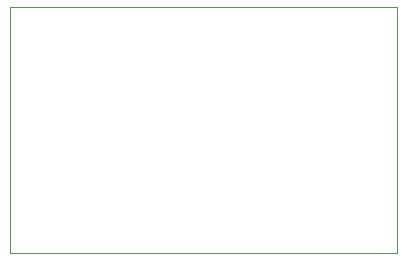
<source format=gbr>
%TF.GenerationSoftware,KiCad,Pcbnew,9.0.0-rc1-104-g6c47f32ccf*%
%TF.CreationDate,2025-01-02T15:15:32+01:00*%
%TF.ProjectId,breakoutpcbs,62726561-6b6f-4757-9470-6362732e6b69,rev?*%
%TF.SameCoordinates,PX6d3f490PY8024330*%
%TF.FileFunction,Profile,NP*%
%FSLAX46Y46*%
G04 Gerber Fmt 4.6, Leading zero omitted, Abs format (unit mm)*
G04 Created by KiCad (PCBNEW 9.0.0-rc1-104-g6c47f32ccf) date 2025-01-02 15:15:32*
%MOMM*%
%LPD*%
G01*
G04 APERTURE LIST*
%TA.AperFunction,Profile*%
%ADD10C,0.050000*%
%TD*%
G04 APERTURE END LIST*
D10*
X0Y20828000D02*
X32766000Y20828000D01*
X32766000Y0D01*
X0Y0D01*
X0Y20828000D01*
M02*

</source>
